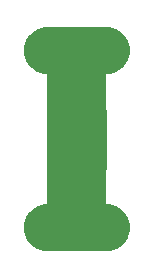
<source format=gbr>
%TF.GenerationSoftware,KiCad,Pcbnew,6.0.1-79c1e3a40b~116~ubuntu20.04.1*%
%TF.CreationDate,2022-01-24T11:35:30+01:00*%
%TF.ProjectId,pcb-connector,7063622d-636f-46e6-9e65-63746f722e6b,rev?*%
%TF.SameCoordinates,Original*%
%TF.FileFunction,Soldermask,Top*%
%TF.FilePolarity,Negative*%
%FSLAX46Y46*%
G04 Gerber Fmt 4.6, Leading zero omitted, Abs format (unit mm)*
G04 Created by KiCad (PCBNEW 6.0.1-79c1e3a40b~116~ubuntu20.04.1) date 2022-01-24 11:35:30*
%MOMM*%
%LPD*%
G01*
G04 APERTURE LIST*
%ADD10C,0.120000*%
%ADD11C,3.400000*%
G04 APERTURE END LIST*
%TO.C,J2*%
G36*
X148000000Y-84500000D02*
G01*
X145000000Y-84500000D01*
X145000000Y-80500000D01*
X148000000Y-80500000D01*
X148000000Y-84500000D01*
G37*
D10*
%TO.C,J1*%
X150000000Y-85000000D02*
X147000000Y-85000000D01*
X147000000Y-85000000D02*
X147000000Y-80000000D01*
X147000000Y-80000000D02*
X150000000Y-80000000D01*
X150000000Y-80000000D02*
X150000000Y-85000000D01*
G36*
X150000000Y-85000000D02*
G01*
X147000000Y-85000000D01*
X147000000Y-80000000D01*
X150000000Y-80000000D01*
X150000000Y-85000000D01*
G37*
X150000000Y-85000000D02*
X147000000Y-85000000D01*
X147000000Y-80000000D01*
X150000000Y-80000000D01*
X150000000Y-85000000D01*
%TD*%
D11*
%TO.C,H4*%
X145000000Y-90000000D03*
%TD*%
%TO.C,H3*%
X150000000Y-75000000D03*
%TD*%
%TO.C,H1*%
X145000000Y-75000000D03*
%TD*%
%TO.C,H2*%
X150000000Y-90000000D03*
%TD*%
G36*
X150004487Y-73000321D02*
G01*
X150275645Y-73019714D01*
X150293440Y-73022273D01*
X150554654Y-73079097D01*
X150571903Y-73084161D01*
X150822386Y-73177586D01*
X150838740Y-73185055D01*
X151073375Y-73313176D01*
X151088498Y-73322895D01*
X151302510Y-73483103D01*
X151316096Y-73494876D01*
X151505124Y-73683904D01*
X151516897Y-73697490D01*
X151677105Y-73911502D01*
X151686824Y-73926625D01*
X151814945Y-74161260D01*
X151822414Y-74177614D01*
X151915839Y-74428097D01*
X151920903Y-74445346D01*
X151977727Y-74706560D01*
X151980286Y-74724355D01*
X151999357Y-74991012D01*
X151999357Y-75008988D01*
X151980286Y-75275645D01*
X151977727Y-75293440D01*
X151920903Y-75554654D01*
X151915839Y-75571903D01*
X151822414Y-75822386D01*
X151814945Y-75838740D01*
X151686824Y-76073375D01*
X151677105Y-76088498D01*
X151516897Y-76302510D01*
X151505124Y-76316096D01*
X151316096Y-76505124D01*
X151302510Y-76516897D01*
X151088498Y-76677105D01*
X151073375Y-76686824D01*
X150838740Y-76814945D01*
X150822386Y-76822414D01*
X150571903Y-76915839D01*
X150554654Y-76920903D01*
X150293440Y-76977727D01*
X150275645Y-76980286D01*
X150018068Y-76998708D01*
X150003187Y-77004258D01*
X150000656Y-77007640D01*
X150000000Y-77011274D01*
X150000000Y-87981885D01*
X150004475Y-87997124D01*
X150007669Y-87999892D01*
X150011245Y-88000804D01*
X150275645Y-88019714D01*
X150293440Y-88022273D01*
X150554654Y-88079097D01*
X150571903Y-88084161D01*
X150822386Y-88177586D01*
X150838740Y-88185055D01*
X151073375Y-88313176D01*
X151088498Y-88322895D01*
X151302510Y-88483103D01*
X151316096Y-88494876D01*
X151505124Y-88683904D01*
X151516897Y-88697490D01*
X151677105Y-88911502D01*
X151686824Y-88926625D01*
X151814945Y-89161260D01*
X151822414Y-89177614D01*
X151915839Y-89428097D01*
X151920903Y-89445346D01*
X151977727Y-89706560D01*
X151980286Y-89724355D01*
X151999357Y-89991012D01*
X151999357Y-90008988D01*
X151980286Y-90275645D01*
X151977727Y-90293440D01*
X151920903Y-90554654D01*
X151915839Y-90571903D01*
X151822414Y-90822386D01*
X151814945Y-90838740D01*
X151686824Y-91073375D01*
X151677105Y-91088498D01*
X151516897Y-91302510D01*
X151505124Y-91316096D01*
X151316096Y-91505124D01*
X151302510Y-91516897D01*
X151088498Y-91677105D01*
X151073375Y-91686824D01*
X150838740Y-91814945D01*
X150822386Y-91822414D01*
X150571903Y-91915839D01*
X150554654Y-91920903D01*
X150293440Y-91977727D01*
X150275645Y-91980286D01*
X150004487Y-91999679D01*
X149995499Y-92000000D01*
X145004501Y-92000000D01*
X144995513Y-91999679D01*
X144724355Y-91980286D01*
X144706560Y-91977727D01*
X144445346Y-91920903D01*
X144428097Y-91915839D01*
X144177614Y-91822414D01*
X144161260Y-91814945D01*
X143926625Y-91686824D01*
X143911502Y-91677105D01*
X143697490Y-91516897D01*
X143683904Y-91505124D01*
X143494876Y-91316096D01*
X143483103Y-91302510D01*
X143322895Y-91088498D01*
X143313176Y-91073375D01*
X143185055Y-90838740D01*
X143177586Y-90822386D01*
X143084161Y-90571903D01*
X143079097Y-90554654D01*
X143022273Y-90293440D01*
X143019714Y-90275645D01*
X143000643Y-90008988D01*
X143000643Y-89991012D01*
X143019714Y-89724355D01*
X143022273Y-89706560D01*
X143079097Y-89445346D01*
X143084161Y-89428097D01*
X143177586Y-89177614D01*
X143185055Y-89161260D01*
X143313176Y-88926625D01*
X143322895Y-88911502D01*
X143483103Y-88697490D01*
X143494876Y-88683904D01*
X143683904Y-88494876D01*
X143697490Y-88483103D01*
X143911502Y-88322895D01*
X143926625Y-88313176D01*
X144161260Y-88185055D01*
X144177614Y-88177586D01*
X144428097Y-88084161D01*
X144445346Y-88079097D01*
X144706560Y-88022273D01*
X144724355Y-88019714D01*
X144981932Y-88001292D01*
X144996813Y-87995742D01*
X144999344Y-87992360D01*
X145000000Y-87988726D01*
X145000000Y-77018115D01*
X144995525Y-77002876D01*
X144992331Y-77000108D01*
X144988755Y-76999196D01*
X144724355Y-76980286D01*
X144706560Y-76977727D01*
X144445346Y-76920903D01*
X144428097Y-76915839D01*
X144177614Y-76822414D01*
X144161260Y-76814945D01*
X143926625Y-76686824D01*
X143911502Y-76677105D01*
X143697490Y-76516897D01*
X143683904Y-76505124D01*
X143494876Y-76316096D01*
X143483103Y-76302510D01*
X143322895Y-76088498D01*
X143313176Y-76073375D01*
X143185055Y-75838740D01*
X143177586Y-75822386D01*
X143084161Y-75571903D01*
X143079097Y-75554654D01*
X143022273Y-75293440D01*
X143019714Y-75275645D01*
X143000643Y-75008988D01*
X143000643Y-74991012D01*
X143019714Y-74724355D01*
X143022273Y-74706560D01*
X143079097Y-74445346D01*
X143084161Y-74428097D01*
X143177586Y-74177614D01*
X143185055Y-74161260D01*
X143313176Y-73926625D01*
X143322895Y-73911502D01*
X143483103Y-73697490D01*
X143494876Y-73683904D01*
X143683904Y-73494876D01*
X143697490Y-73483103D01*
X143911502Y-73322895D01*
X143926625Y-73313176D01*
X144161260Y-73185055D01*
X144177614Y-73177586D01*
X144428097Y-73084161D01*
X144445346Y-73079097D01*
X144706560Y-73022273D01*
X144724355Y-73019714D01*
X144995513Y-73000321D01*
X145004501Y-73000000D01*
X149995499Y-73000000D01*
X150004487Y-73000321D01*
G37*
M02*

</source>
